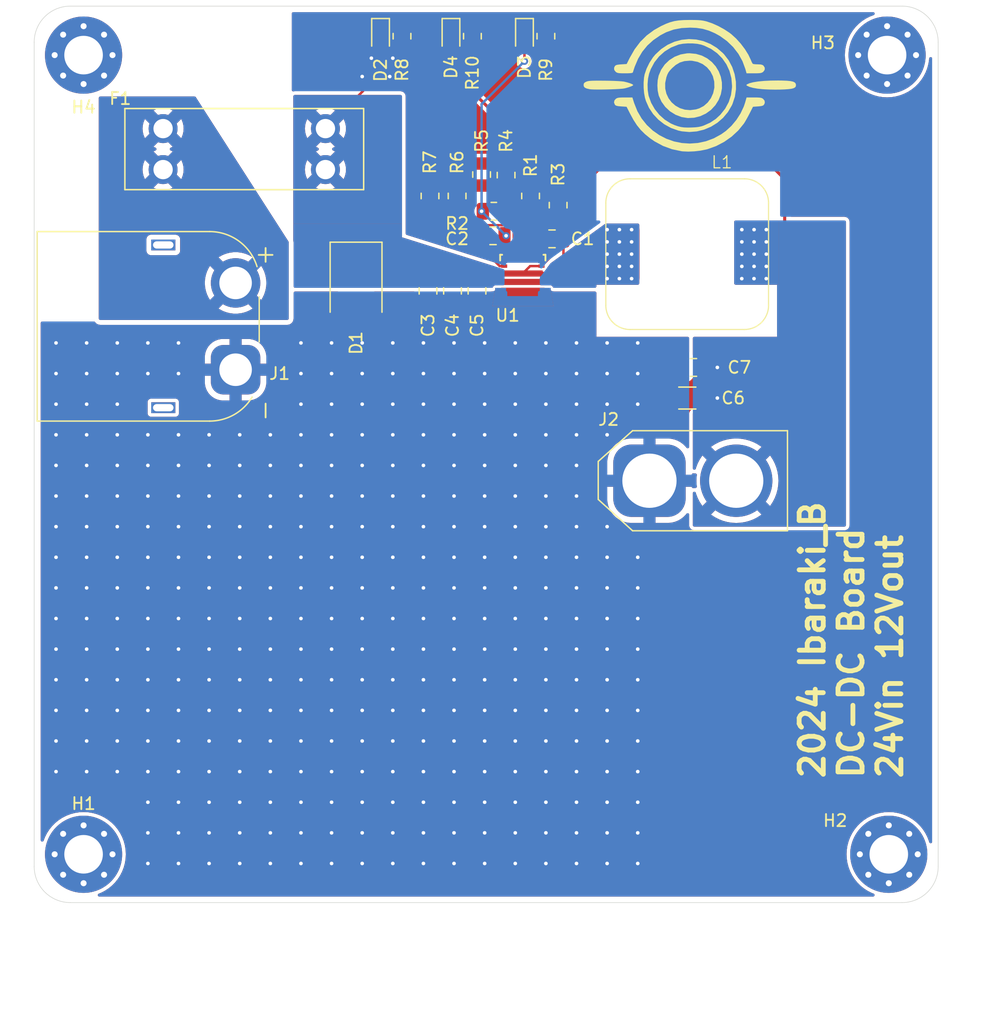
<source format=kicad_pcb>
(kicad_pcb (version 20240108) (generator "pcbnew") (generator_version "8.0")
  (layers (0 "F.Cu" signal) (31 "B.Cu" signal) (34 "B.Paste" user) (35 "F.Paste" user) (36 "B.SilkS" user "B.Silkscreen") (37 "F.SilkS" user "F.Silkscreen") (38 "B.Mask" user) (39 "F.Mask" user) (44 "Edge.Cuts" user))
  (net 0 "")
  (net 1 "GND")
  (net 2 "+12V")
  (net 3 "Net-(J1-Pin_2)")
  (net 4 "Net-(D2-K)")
  (net 5 "Net-(D3-K)")
  (net 6 "Net-(D4-K)")
  (net 7 "Net-(R5-Pad1)")
  (net 8 "FREQ")
  (net 9 "BOOT")
  (net 10 "SW")
  (net 11 "FB")
  (net 12 "+BATT")
  (net 13 "Net-(U1-VOUT)")
  (net 14 "VREG")
  (net 15 "PGD")
  (net 16 "Net-(R4-Pad1)")
  (footprint "Capacitor_SMD:C_0805_2012Metric" (layer "F.Cu") (at 161.339 102.362 180)
    (property "Reference" "C7")
    (property "Value" "22uF")
  )
  (footprint "Connector_AMASS:AMASS_XT60PW-M_1x02_P7.20mm_Horizontal" (layer "F.Cu") (at 123.355 102.552 90)
    (property "Reference" "J1")
    (property "Value" "Power_IN")
  )
  (footprint "MountingHole:MountingHole_3.2mm_M3_Pad_Via" (layer "F.Cu") (at 177.546 142.748)
    (property "Reference" "H2")
    (property "Value" "MountingHole_Pad")
  )
  (footprint "Capacitor_SMD:C_0805_2012Metric" (layer "F.Cu") (at 141.351 96.012 -90)
    (property "Reference" "C4")
    (property "Value" "10uF")
  )
  (footprint "Capacitor_SMD:C_0805_2012Metric" (layer "F.Cu") (at 143.383 96.012 -90)
    (property "Reference" "C5")
    (property "Value" "10uF")
  )
  (footprint "Capacitor_SMD:C_1206_3216Metric" (layer "F.Cu") (at 160.831 104.902 180)
    (property "Reference" "C6")
    (property "Value" "47uF")
  )
  (footprint "Resistor_SMD:R_0805_2012Metric" (layer "F.Cu") (at 141.732 88.138 90)
    (property "Reference" "R6")
    (property "Value" "470R")
  )
  (footprint "Resistor_SMD:R_0805_2012Metric" (layer "F.Cu") (at 147.828 88.138 -90)
    (property "Reference" "R1")
    (property "Value" "10R")
  )
  (footprint "Resistor_SMD:R_0805_2012Metric" (layer "F.Cu") (at 149.098 74.8845 -90)
    (property "Reference" "R9")
    (property "Value" "1k")
  )
  (footprint "LED_SMD:LED_0603_1608Metric" (layer "F.Cu") (at 135.382 74.9045 -90)
    (property "Reference" "D2")
    (property "Value" "LED")
  )
  (footprint "Capacitor_SMD:C_0805_2012Metric" (layer "F.Cu") (at 144.713999 91.44)
    (property "Reference" "C2")
    (property "Value" "2.2uF")
  )
  (footprint "LED_SMD:LED_0603_1608Metric" (layer "F.Cu") (at 147.32 74.9045 -90)
    (property "Reference" "D3")
    (property "Value" "LED")
  )
  (footprint "LED_SMD:LED_0603_1608Metric" (layer "F.Cu") (at 141.224 74.9045 -90)
    (property "Reference" "D4")
    (property "Value" "LED")
  )
  (footprint "Connector_AMASS:AMASS_XT60-F_1x02_P7.20mm_Vertical" (layer "F.Cu") (at 157.69 111.76)
    (property "Reference" "J2")
    (property "Value" "Power_OUT")
  )
  (footprint "Resistor_SMD:R_0805_2012Metric" (layer "F.Cu") (at 145.796 86.407 -90)
    (property "Reference" "R4")
    (property "Value" "47k")
  )
  (footprint "Resistor_SMD:R_0805_2012Metric" (layer "F.Cu") (at 143.002 74.8845 -90)
    (property "Reference" "R10")
    (property "Value" "10k")
  )
  (footprint "FUSE_3557:FUSE_3557-2" (layer "F.Cu") (at 124.075 84.25 180)
    (property "Reference" "F1")
    (property "Value" "10A")
  )
  (footprint "Resistor_SMD:R_0805_2012Metric" (layer "F.Cu") (at 143.764 86.36 90)
    (property "Reference" "R5")
    (property "Value" "1k")
  )
  (footprint "Library:SRP1245A" (layer "F.Cu") (at 155.321 92.964)
    (property "Reference" "L1")
    (property "Value" "3.3uH")
  )
  (footprint "VQFN11_ROM:BD9F800MUX" (layer "F.Cu") (at 147.193 94.567 -90)
    (property "Reference" "U1")
    (property "Value" "BD9F800MUX-ZE2")
  )
  (footprint "Resistor_SMD:R_0805_2012Metric" (layer "F.Cu") (at 139.485 88.138 90)
    (property "Reference" "R7")
    (property "Value" "3k3")
  )
  (footprint "Resistor_SMD:R_0805_2012Metric" (layer "F.Cu") (at 144.78 89.408 180)
    (property "Reference" "R2")
    (property "Value" "10k")
  )
  (footprint "MountingHole:MountingHole_3.2mm_M3_Pad_Via" (layer "F.Cu") (at 110.744 76.454)
    (property "Reference" "H4")
    (property "Value" "MountingHole_Pad")
  )
  (footprint "Capacitor_SMD:C_0805_2012Metric" (layer "F.Cu") (at 139.319 96.012 -90)
    (property "Reference" "C3")
    (property "Value" "0.1uF")
  )
  (footprint "Diode_SMD:D_SMB" (layer "F.Cu") (at 133.35 95.631 -90)
    (property "Reference" "D1")
    (property "Value" "D_Schottky")
  )
  (footprint "MountingHole:MountingHole_3.2mm_M3_Pad_Via" (layer "F.Cu") (at 110.744 142.748)
    (property "Reference" "H1")
    (property "Value" "MountingHole_Pad")
  )
  (footprint "MountingHole:MountingHole_3.2mm_M3_Pad_Via" (layer "F.Cu") (at 177.406 76.454)
    (property "Reference" "H3")
    (property "Value" "MountingHole_Pad")
  )
  (footprint "Library:HALO" (layer "F.Cu") (at 161.036 78.994)
    (property "Reference" "G***" (hide yes))
    (property "Value" "LOGO" (hide yes))
  )
  (footprint "Resistor_SMD:R_0805_2012Metric" (layer "F.Cu") (at 137.16 74.8845 -90)
    (property "Reference" "R8")
    (property "Value" "10k")
  )
  (footprint "Resistor_SMD:R_0805_2012Metric" (layer "F.Cu") (at 150.114 88.9 90)
    (property "Reference" "R3")
    (property "Value" "100k")
  )
  (footprint "Capacitor_SMD:C_0805_2012Metric" (layer "F.Cu") (at 149.606 91.694)
    (property "Reference" "C1")
    (property "Value" "0.1uF")
  )
  (gr_line (start 106.645 143.755) (end 106.645 75.39) (stroke (width 0.05)) (layer "Edge.Cuts"))
  (gr_line (start 178.645 146.755) (end 109.645 146.755) (stroke (width 0.05)) (layer "Edge.Cuts"))
  (gr_line (start 181.645 75.39) (end 181.645 143.755) (stroke (width 0.05)) (layer "Edge.Cuts"))
  (gr_arc (start 178.645 72.39) (mid 180.76632 73.26868) (end 181.645 75.39) (stroke (width 0.05)) (layer "Edge.Cuts"))
  (gr_arc (start 106.645 75.39) (mid 107.52368 73.26868) (end 109.645 72.39) (stroke (width 0.05)) (layer "Edge.Cuts"))
  (gr_arc (start 109.645 146.755) (mid 107.52368 145.87632) (end 106.645 143.755) (stroke (width 0.05)) (layer "Edge.Cuts"))
  (gr_arc (start 181.645 143.755) (mid 180.76632 145.87632) (end 178.645 146.755) (stroke (width 0.05)) (layer "Edge.Cuts"))
  (gr_line (start 109.645 72.39) (end 178.645 72.39) (stroke (width 0.05)) (layer "Edge.Cuts"))
  (gr_text "2024 Ibaraki_B\nDC-DC Board\n24Vin 12Vout" (at 178.816 136.652 90) (layer "F.SilkS") (effects (font (size 2 2) (thickness 0.4) (bold yes)) (justify left bottom)))
  (segment (start 143.764 91.44) (end 143.764 92.456) (width 0.2) (layer "F.Cu") (net 1))
  (segment (start 145.262999 93.954999) (end 145.632965 93.954999) (width 0.2) (layer "F.Cu") (net 1))
  (segment (start 143.764 92.456) (end 145.262999 93.954999) (width 0.2) (layer "F.Cu") (net 1))
  (segment (start 145.632965 93.954999) (end 145.511997 93.954999) (width 0.254) (layer "F.Cu") (net 1))
  (via (at 141.478 138.43) (size 0.6) (drill 0.3) (layers "F.Cu" "B.Cu") (net 1))
  (via (at 138.938 110.49) (size 0.6) (drill 0.3) (layers "F.Cu" "B.Cu") (net 1))
  (via (at 138.938 115.57) (size 0.6) (drill 0.3) (layers "F.Cu" "B.Cu") (net 1))
  (via (at 116.078 120.65) (size 0.6) (drill 0.3) (layers "F.Cu" "B.Cu") (net 1))
  (via (at 123.698 135.89) (size 0.6) (drill 0.3) (layers "F.Cu" "B.Cu") (net 1))
  (via (at 156.718 138.43) (size 0.6) (drill 0.3) (layers "F.Cu" "B.Cu") (net 1))
  (via (at 108.458 102.87) (size 0.6) (drill 0.3) (layers "F.Cu" "B.Cu") (net 1))
  (via (at 149.098 118.11) (size 0.6) (drill 0.3) (layers "F.Cu" "B.Cu") (net 1))
  (via (at 116.078 135.89) (size 0.6) (drill 0.3) (layers "F.Cu" "B.Cu") (net 1))
  (via (at 138.938 107.95) (size 0.6) (drill 0.3) (layers "F.Cu" "B.Cu") (net 1))
  (via (at 146.558 135.89) (size 0.6) (drill 0.3) (layers "F.Cu" "B.Cu") (net 1))
  (via (at 108.458 118.11) (size 0.6) (drill 0.3) (layers "F.Cu" "B.Cu") (net 1))
  (via (at 149.098 138.43) (size 0.6) (drill 0.3) (layers "F.Cu" "B.Cu") (net 1))
  (via (at 121.158 107.95) (size 0.6) (drill 0.3) (layers "F.Cu" "B.Cu") (net 1))
  (via (at 131.318 133.35) (size 0.6) (drill 0.3) (layers "F.Cu" "B.Cu") (net 1))
  (via (at 136.398 123.19) (size 0.6) (drill 0.3) (layers "F.Cu" "B.Cu") (net 1))
  (via (at 110.998 105.41) (size 0.6) (drill 0.3) (layers "F.Cu" "B.Cu") (net 1))
  (via (at 116.078 107.95) (size 0.6) (drill 0.3) (layers "F.Cu" "B.Cu") (net 1))
  (via (at 146.558 138.43) (size 0.6) (drill 0.3) (layers "F.Cu" "B.Cu") (net 1))
  (via (at 154.178 115.57) (size 0.6) (drill 0.3) (layers "F.Cu" "B.Cu") (net 1))
  (via (at 141.478 100.33) (size 0.6) (drill 0.3) (layers "F.Cu" "B.Cu") (net 1))
  (via (at 149.098 100.33) (size 0.6) (drill 0.3) (layers "F.Cu" "B.Cu") (net 1))
  (via (at 123.698 128.27) (size 0.6) (drill 0.3) (layers "F.Cu" "B.Cu") (net 1))
  (via (at 136.398 76.708) (size 0.6) (drill 0.3) (layers "F.Cu" "B.Cu") (net 1))
  (via (at 128.778 105.41) (size 0.6) (drill 0.3) (layers "F.Cu" "B.Cu") (net 1))
  (via (at 149.098 102.87) (size 0.6) (drill 0.3) (layers "F.Cu" "B.Cu") (net 1))
  (via (at 126.238 110.49) (size 0.6) (drill 0.3) (layers "F.Cu" "B.Cu") (net 1))
  (via (at 149.098 133.35) (size 0.6) (drill 0.3) (layers "F.Cu" "B.Cu") (net 1))
  (via (at 146.558 102.87) (size 0.6) (drill 0.3) (layers "F.Cu" "B.Cu") (net 1))
  (via (at 123.698 110.49) (size 0.6) (drill 0.3) (layers "F.Cu" "B.Cu") (net 1))
  (via (at 154.178 128.27) (size 0.6) (drill 0.3) (layers "F.Cu" "B.Cu") (net 1))
  (via (at 128.778 118.11) (size 0.6) (drill 0.3) (layers "F.Cu" "B.Cu") (net 1))
  (via (at 146.558 110.49) (size 0.6) (drill 0.3) (layers "F.Cu" "B.Cu") (net 1))
  (via (at 131.318 115.57) (size 0.6) (drill 0.3) (layers "F.Cu" "B.Cu") (net 1))
  (via (at 154.178 133.35) (size 0.6) (drill 0.3) (layers "F.Cu" "B.Cu") (net 1))
  (via (at 141.478 130.81) (size 0.6) (drill 0.3) (layers "F.Cu" "B.Cu") (net 1))
  (via (at 146.558 120.65) (size 0.6) (drill 0.3) (layers "F.Cu" "B.Cu") (net 1))
  (via (at 118.618 128.27) (size 0.6) (drill 0.3) (layers "F.Cu" "B.Cu") (net 1))
  (via (at 141.478 113.03) (size 0.6) (drill 0.3) (layers "F.Cu" "B.Cu") (net 1))
  (via (at 151.638 130.81) (size 0.6) (drill 0.3) (layers "F.Cu" "B.Cu") (net 1))
  (via (at 110.998 135.89) (size 0.6) (drill 0.3) (layers "F.Cu" "B.Cu") (net 1))
  (via (at 121.158 130.81) (size 0.6) (drill 0.3) (layers "F.Cu" "B.Cu") (net 1))
  (via (at 131.318 143.51) (size 0.6) (drill 0.3) (layers "F.Cu" "B.Cu") (net 1))
  (via (at 126.238 135.89) (size 0.6) (drill 0.3) (layers "F.Cu" "B.Cu") (net 1))
  (via (at 138.938 123.19) (size 0.6) (drill 0.3) (layers "F.Cu" "B.Cu") (net 1))
  (via (at 131.318 110.49) (size 0.6) (drill 0.3) (layers "F.Cu" "B.Cu") (net 1))
  (via (at 113.538 102.87) (size 0.6) (drill 0.3) (layers "F.Cu" "B.Cu") (net 1))
  (via (at 151.638 123.19) (size 0.6) (drill 0.3) (layers "F.Cu" "B.Cu") (net 1))
  (via (at 131.318 125.73) (size 0.6) (drill 0.3) (layers "F.Cu" "B.Cu") (net 1))
  (via (at 154.178 120.65) (size 0.6) (drill 0.3) (layers "F.Cu" "B.Cu") (net 1))
  (via (at 118.618 110.49) (size 0.6) (drill 0.3) (layers "F.Cu" "B.Cu") (net 1))
  (via (at 131.318 123.19) (size 0.6) (drill 0.3) (layers "F.Cu" "B.Cu") (net 1))
  (via (at 156.718 102.87) (size 0.6) (drill 0.3) (layers "F.Cu" "B.Cu") (net 1))
  (via (at 128.778 130.81) (size 0.6) (drill 0.3) (layers "F.Cu" "B.Cu") (net 1))
  (via (at 126.238 118.11) (size 0.6) (drill 0.3) (layers "F.Cu" "B.Cu") (net 1))
  (via (at 136.398 143.51) (size 0.6) (drill 0.3) (layers "F.Cu" "B.Cu") (net 1))
  (via (at 121.158 120.65) (size 0.6) (drill 0.3) (layers "F.Cu" "B.Cu") (net 1))
  (via (at 128.778 113.03) (size 0.6) (drill 0.3) (layers "F.Cu" "B.Cu") (net 1))
  (via (at 113.538 105.41) (size 0.6) (drill 0.3) (layers "F.Cu" "B.Cu") (net 1))
  (via (at 126.238 115.57) (size 0.6) (drill 0.3) (layers "F.Cu" "B.Cu") (net 1))
  (via (at 116.078 118.11) (size 0.6) (drill 0.3) (layers "F.Cu" "B.Cu") (net 1))
  (via (at 108.458 130.81) (size 0.6) (drill 0.3) (layers "F.Cu" "B.Cu") (net 1))
  (via (at 141.478 120.65) (size 0.6) (drill 0.3) (layers "F.Cu" "B.Cu") (net 1))
  (via (at 116.078 125.73) (size 0.6) (drill 0.3) (layers "F.Cu" "B.Cu") (net 1))
  (via (at 156.718 133.35) (size 0.6) (drill 0.3) (layers "F.Cu" "B.Cu") (net 1))
  (via (at 136.398 130.81) (size 0.6) (drill 0.3) (layers "F.Cu" "B.Cu") (net 1))
  (via (at 154.178 135.89) (size 0.6) (drill 0.3) (layers "F.Cu" "B.Cu") (net 1))
  (via (at 110.998 120.65) (size 0.6) (drill 0.3) (layers "F.Cu" "B.Cu") (net 1))
  (via (at 146.558 143.51) (size 0.6) (drill 0.3) (layers "F.Cu" "B.Cu") (net 1))
  (via (at 149.098 115.57) (size 0.6) (drill 0.3) (layers "F.Cu" "B.Cu") (net 1))
  (via (at 156.718 128.27) (size 0.6) (drill 0.3) (layers "F.Cu" "B.Cu") (net 1))
  (via (at 136.398 140.97) (size 0.6) (drill 0.3) (layers "F.Cu" "B.Cu") (net 1))
  (via (at 138.938 138.43) (size 0.6) (drill 0.3) (layers "F.Cu" "B.Cu") (net 1))
  (via (at 151.638 113.03) (size 0.6) (drill 0.3) (layers "F.Cu" "B.Cu") (net 1))
  (via (at 138.938 143.51) (size 0.6) (drill 0.3) (layers "F.Cu" "B.Cu") (net 1))
  (via (at 126.238 140.97) (size 0.6) (drill 0.3) (layers "F.Cu" "B.Cu") (net 1))
  (via (at 123.698 120.65) (size 0.6) (drill 0.3) (layers "F.Cu" "B.Cu") (net 1))
  (via (at 118.618 118.11) (size 0.6) (drill 0.3) (layers "F.Cu" "B.Cu") (net 1))
  (via (at 128.778 100.33) (size 0.6) (drill 0.3) (layers "F.Cu" "B.Cu") (net 1))
  (via (at 108.458 123.19) (size 0.6) (drill 0.3) (layers "F.Cu" "B.Cu") (net 1))
  (via (at 108.458 120.65) (size 0.6) (drill 0.3) (layers "F.Cu" "B.Cu") (net 1))
  (via (at 144.018 123.19) (size 0.6) (drill 0.3) (layers "F.Cu" "B.Cu") (net 1))
  (via (at 131.318 102.87) (size 0.6) (drill 0.3) (layers "F.Cu" "B.Cu") (net 1))
  (via (at 133.858 100.33) (size 0.6) (drill 0.3) (layers "F.Cu" "B.Cu") (net 1))
  (via (at 116.078 143.51) (size 0.6) (drill 0.3) (layers "F.Cu" "B.Cu") (net 1))
  (via (at 151.638 105.41) (size 0.6) (drill 0.3) (layers "F.Cu" "B.Cu") (net 1))
  (via (at 144.018 115.57) (size 0.6) (drill 0.3) (layers "F.Cu" "B.Cu") (net 1))
  (via (at 146.558 130.81) (size 0.6) (drill 0.3) (layers "F.Cu" "B.Cu") (net 1))
  (via (at 108.458 113.03) (size 0.6) (drill 0.3) (layers "F.Cu" "B.Cu") (net 1))
  (via (at 138.938 135.89) (size 0.6) (drill 0.3) (layers "F.Cu" "B.Cu") (net 1))
  (via (at 131.318 113.03) (size 0.6) (drill 0.3) (layers "F.Cu" "B.Cu") (net 1))
  (via (at 113.538 113.03) (size 0.6) (drill 0.3) (layers "F.Cu" "B.Cu") (net 1))
  (via (at 156.718 100.33) (size 0.6) (drill 0.3) (layers "F.Cu" "B.Cu") (net 1))
  (via (at 131.318 120.65) (size 0.6) (drill 0.3) (layers "F.Cu" "B.Cu") (net 1))
  (via (at 134.62 76.708) (size 0.6) (drill 0.3) (layers "F.Cu" "B.Cu") (net 1))
  (via (at 151.638 140.97) (size 0.6) (drill 0.3) (layers "F.Cu" "B.Cu") (net 1))
  (via (at 113.538 133.35) (size 0.6) (drill 0.3) (layers "F.Cu" "B.Cu") (net 1))
  (via (at 146.558 125.73) (size 0.6) (drill 0.3) (layers "F.Cu" "B.Cu") (net 1))
  (via (at 108.458 107.95) (size 0.6) (drill 0.3) (layers "F.Cu" "B.Cu") (net 1))
  (via (at 136.398 135.89) (size 0.6) (drill 0.3) (layers "F.Cu" "B.Cu") (net 1))
  (via (at 149.098 130.81) (size 0.6) (drill 0.3) (layers "F.Cu" "B.Cu") (net 1))
  (via (at 133.858 135.89) (size 0.6) (drill 0.3) (layers "F.Cu" "B.Cu") (net 1))
  (via (at 110.998 133.35) (size 0.6) (drill 0.3) (layers "F.Cu" "B.Cu") (net 1))
  (via (at 110.998 107.95) (size 0.6) (drill 0.3) (layers "F.Cu" "B.Cu") (net 1))
  (via (at 118.618 102.87) (size 0.6) (drill 0.3) (layers "F.Cu" "B.Cu") (net 1))
  (via (at 118.618 120.65) (size 0.6) (drill 0.3) (layers "F.Cu" "B.Cu") (net 1))
  (via (at 136.398 133.35) (size 0.6) (drill 0.3) (layers "F.Cu" "B.Cu") (net 1))
  (via (at 126.238 130.81) (size 0.6) (drill 0.3) (layers "F.Cu" "B.Cu") (net 1))
  (via (at 154.178 143.51) (size 0.6) (drill 0.3) (layers "F.Cu" "B.Cu") (net 1))
  (via (at 126.238 120.65) (size 0.6) (drill 0.3) (layers "F.Cu" "B.Cu") (net 1))
  (via (at 118.618 138.43) (size 0.6) (drill 0.3) (layers "F.Cu" "B.Cu") (net 1))
  (via (at 154.178 125.73) (size 0.6) (drill 0.3) (layers "F.Cu" "B.Cu") (net 1))
  (via (at 154.178 140.97) (size 0.6) (drill 0.3) (layers "F.Cu" "B.Cu") (net 1))
  (via (at 108.458 133.35) (size 0.6) (drill 0.3) (layers "F.Cu" "B.Cu") (net 1))
  (via (at 133.858 113.03) (size 0.6) (drill 0.3) (layers "F.Cu" "B.Cu") (net 1))
  (via (at 146.558 133.35) (size 0.6) (drill 0.3) (layers "F.Cu" "B.Cu") (net 1))
  (via (at 113.538 128.27) (size 0.6) (drill 0.3) (layers "F.Cu" "B.Cu") (net 1))
  (via (at 128.778 133.35) (size 0.6) (drill 0.3) (layers "F.Cu" "B.Cu") (net 1))
  (via (at 141.478 140.97) (size 0.6) (drill 0.3) (layers "F.Cu" "B.Cu") (net 1))
  (via (at 149.098 140.97) (size 0.6) (drill 0.3) (layers "F.Cu" "B.Cu") (net 1))
  (via (at 136.398 110.49) (size 0.6) (drill 0.3) (layers "F.Cu" "B.Cu") (net 1))
  (via (at 138.938 120.65) (size 0.6) (drill 0.3) (layers "F.Cu" "B.Cu") (net 1))
  (via (at 118.618 107.95) (size 0.6) (drill 0.3) (layers "F.Cu" "B.Cu") (net 1))
  (via (at 128.778 125.73) (size 0.6) (drill 0.3) (layers "F.Cu" "B.Cu") (net 1))
  (via (at 123.698 115.57) (size 0.6) (drill 0.3) (layers "F.Cu" "B.Cu") (net 1))
  (via (at 133.858 110.49) (size 0.6) (drill 0.3) (layers "F.Cu" "B.Cu") (net 1))
  (via (at 116.078 138.43) (size 0.6) (drill 0.3) (layers "F.Cu" "B.Cu") (net 1))
  (via (at 151.638 125.73) (size 0.6) (drill 0.3) (layers "F.Cu" "B.Cu") (net 1))
  (via (at 116.078 115.57) (size 0.6) (drill 0.3) (layers "F.Cu" "B.Cu") (net 1))
  (via (at 138.938 105.41) (size 0.6) (drill 0.3) (layers "F.Cu" "B.Cu") (net 1))
  (via (at 113.538 123.19) (size 0.6) (drill 0.3) (layers "F.Cu" "B.Cu") (net 1))
  (via (at 141.478 123.19) (size 0.6) (drill 0.3) (layers "F.Cu" "B.Cu") (net 1))
  (via (at 144.018 113.03) (size 0.6) (drill 0.3) (layers "F.Cu" "B.Cu") (net 1))
  (via (at 144.018 110.49) (size 0.6) (drill 0.3) (layers "F.Cu" "B.Cu") (net 1))
  (via (at 151.638 120.65) (size 0.6) (drill 0.3) (layers "F.Cu" "B.Cu") (net 1))
  (via (at 131.318 105.41) (size 0.6) (drill 0.3) (layers "F.Cu" "B.Cu") (net 1))
  (via (at 116.078 140.97) (size 0.6) (drill 0.3) (layers "F.Cu" "B.Cu") (net 1))
  (via (at 128.778 123.19) (size 0.6) (drill 0.3) (layers "F.Cu" "B.Cu") (net 1))
  (via (at 121.158 110.49) (size 0.6) (drill 0.3) (layers "F.Cu" "B.Cu") (net 1))
  (via (at 116.078 133.35) (size 0.6) (drill 0.3) (layers "F.Cu" "B.Cu") (net 1))
  (via (at 144.018 107.95) (size 0.6) (drill 0.3) (layers "F.Cu" "B.Cu") (net 1))
  (via (at 156.718 118.11) (size 0.6) (drill 0.3) (layers "F.Cu" "B.Cu") (net 1))
  (via (at 126.238 123.19) (size 0.6) (drill 0.3) (layers "F.Cu" "B.Cu") (net 1))
  (via (at 133.858 140.97) (size 0.6) (drill 0.3) (layers "F.Cu" "B.Cu") (net 1))
  (via (at 138.938 118.11) (size 0.6) (drill 0.3) (layers "F.Cu" "B.Cu") (net 1))
  (via (at 154.178 102.87) (size 0.6) (drill 0.3) (layers "F.Cu" "B.Cu") (net 1))
  (via (at 121.158 140.97) (size 0.6) (drill 0.3) (layers "F.Cu" "B.Cu") (net 1))
  (via (at 144.018 140.97) (size 0.6) (drill 0.3) (layers "F.Cu" "B.Cu") (net 1))
  (via (at 113.538 115.57) (size 0.6) (drill 0.3) (layers "F.Cu" "B.Cu") (net 1))
  (via (at 131.318 140.97) (size 0.6) (drill 0.3) (layers "F.Cu" "B.Cu") (net 1))
  (via (at 149.098 113.03) (size 0.6) (drill 0.3) (layers "F.Cu" "B.Cu") (net 1))
  (via (at 113.538 100.33) (size 0.6) (drill 0.3) (layers "F.Cu" "B.Cu") (net 1))
  (via (at 123.698 143.51) (size 0.6) (drill 0.3) (layers "F.Cu" "B.Cu") (net 1))
  (via (at 123.698 107.95) (size 0.6) (drill 0.3) (layers "F.Cu" "B.Cu") (net 1))
  (via (at 133.858 102.87) (size 0.6) (drill 0.3) (layers "F.Cu" "B.Cu") (net 1))
  (via (at 151.638 107.95) (size 0.6) (drill 0.3) (layers "F.Cu" "B.Cu") (net 1))
  (via (at 146.558 140.97) (size 0.6) (drill 0.3) (layers "F.Cu" "B.Cu") (net 1))
  (via (at 141.478 110.49) (size 0.6) (drill 0.3) (layers "F.Cu" "B.Cu") (net 1))
  (via (at 128.778 120.65) (size 0.6) (drill 0.3) (layers "F.Cu" "B.Cu") (net 1))
  (via (at 154.178 118.11) (size 0.6) (drill 0.3) (layers "F.Cu" "B.Cu") (net 1))
  (via (at 128.778 135.89) (size 0.6) (drill 0.3) (layers "F.Cu" "B.Cu") (net 1))
  (via (at 108.458 100.33) (size 0.6) (drill 0.3) (layers "F.Cu" "B.Cu") (net 1))
  (via (at 154.178 123.19) (size 0.6) (drill 0.3) (layers "F.Cu" "B.Cu") (net 1))
  (via (at 116.078 110.49) (size 0.6) (drill 0.3) (layers "F.Cu" "B.Cu") (net 1))
  (via (at 128.778 107.95) (size 0.6) (drill 0.3) (layers "F.Cu" "B.Cu") (net 1))
  (via (at 141.478 143.51) (size 0.6) (drill 0.3) (layers "F.Cu" "B.Cu") (net 1))
  (via (at 133.858 120.65) (size 0.6) (drill 0.3) (layers "F.Cu" "B.Cu") (net 1))
  (via (at 121.158 135.89) (size 0.6) (drill 0.3) (layers "F.Cu" "B.Cu") (net 1))
  (via (at 116.078 100.33) (size 0.6) (drill 0.3) (layers "F.Cu" "B.Cu") (net 1))
  (via (at 121.158 115.57) (size 0.6) (drill 0.3) (layers "F.Cu" "B.Cu") (net 1))
  (via (at 138.938 130.81) (size 0.6) (drill 0.3) (layers "F.Cu" "B.Cu") (net 1))
  (via (at 123.698 125.73) (size 0.6) (drill 0.3) (layers "F.Cu" "B.Cu") (net 1))
  (via (at 116.078 113.03) (size 0.6) (drill 0.3) (layers "F.Cu" "B.Cu") (net 1))
  (via (at 138.938 102.87) (size 0.6) (drill 0.3) (layers "F.Cu" "B.Cu") (net 1))
  (via (at 156.718 120.65) (size 0.6) (drill 0.3) (layers "F.Cu" "B.Cu") (net 1))
  (via (at 144.018 100.33) (size 0.6) (drill 0.3) (layers "F.Cu" "B.Cu") (net 1))
  (via (at 110.998 125.73) (size 0.6) (drill 0.3) (layers "F.Cu" "B.Cu") (net 1))
  (via (at 149.098 110.49) (size 0.6) (drill 0.3) (layers "F.Cu" "B.Cu") (net 1))
  (via (at 110.998 115.57) (size 0.6) (drill 0.3) (layers "F.Cu" "B.Cu") (net 1))
  (via (at 151.638 128.27) (size 0.6) (drill 0.3) (layers "F.Cu" "B.Cu") (net 1))
  (via (at 146.558 128.27) (size 0.6) (drill 0.3) (layers "F.Cu" "B.Cu") (net 1))
  (via (at 133.858 118.11) (size 0.6) (drill 0.3) (layers "F.Cu" "B.Cu") (net 1))
  (via (at 121.158 133.35) (size 0.6) (drill 0.3) (layers "F.Cu" "B.Cu") (net 1))
  (via (at 121.158 143.51) (size 0.6) (drill 0.3) (layers "F.Cu" "B.Cu") (net 1))
  (via (at 149.098 128.27) (size 0.6) (drill 0.3) (layers "F.Cu" "B.Cu") (net 1))
  (via (at 151.638 110.49) (size 0.6) (drill 0.3) (layers "F.Cu" "B.Cu") (net 1))
  (via (at 151.638 138.43) (size 0.6) (drill 0.3) (layers "F.Cu" "B.Cu") (net 1))
  (via (at 113.538 125.73) (size 0.6) (drill 0.3) (layers "F.Cu" "B.Cu") (net 1))
  (via (at 126.238 107.95) (size 0.6) (drill 0.3) (layers "F.Cu" "B.Cu") (net 1))
  (via (at 113.538 135.89) (size 0.6) (drill 0.3) (layers "F.Cu" "B.Cu") (net 1))
  (via (at 133.858 115.57) (size 0.6) (drill 0.3) (layers "F.Cu" "B.Cu") (net 1))
  (via (at 146.558 100.33) (size 0.6) (drill 0.3) (layers "F.Cu" "B.Cu") (net 1))
  (via (at 141.478 135.89) (size 0.6) (drill 0.3) (layers "F.Cu" "B.Cu") (net 1))
  (via (at 154.178 138.43) (size 0.6) (drill 0.3) (layers "F.Cu" "B.Cu") (net 1))
  (via (at 123.698 130.81) (size 0.6) (drill 0.3) (layers "F.Cu" "B.Cu") (net 1))
  (via (at 126.238 128.27) (size 0.6) (drill 0.3) (layers "F.Cu" "B.Cu") (net 1))
  (via (at 133.858 123.19) (size 0.6) (drill 0.3) (layers "F.Cu" "B.Cu") (net 1))
  (via (at 113.538 118.11) (size 0.6) (drill 0.3) (layers "F.Cu" "B.Cu") (net 1))
  (via (at 113.538 110.49) (size 0.6) (drill 0.3) (layers "F.Cu" "B.Cu") (net 1))
  (via (at 136.398 102.87) (size 0.6) (drill 0.3) (layers "F.Cu" "B.Cu") (net 1))
  (via (at 110.998 123.19) (size 0.6) (drill 0.3) (layers "F.Cu" "B.Cu") (net 1))
  (via (at 141.478 128.27) (size 0.6) (drill 0.3) (layers "F.Cu" "B.Cu") (net 1))
  (via (at 123.698 138.43) (size 0.6) (drill 0.3) (layers "F.Cu" "B.Cu") (net 1))
  (via (at 144.018 102.87) (size 0.6) (drill 0.3) (layers "F.Cu" "B.Cu") (net 1))
  (via (at 123.698 133.35) (size 0.6) (drill 0.3) (layers "F.Cu" "B.Cu") (net 1))
  (via (at 133.858 78.232) (size 0.6) (drill 0.3) (layers "F.Cu" "B.Cu") (net 1))
  (via (at 133.858 130.81) (size 0.6) (drill 0.3) (layers "F.Cu" "B.Cu") (net 1))
  (via (at 138.938 140.97) (size 0.6) (drill 0.3) (layers "F.Cu" "B.Cu") (net 1))
  (via (at 136.398 107.95) (size 0.6) (drill 0.3) (layers "F.Cu" "B.Cu") (net 1))
  (via (at 149.098 125.73) (size 0.6) (drill 0.3) (layers "F.Cu" "B.Cu") (net 1))
  (via (at 151.638 143.51) (size 0.6) (drill 0.3) (layers "F.Cu" "B.Cu") (net 1))
  (via (at 156.718 123.19) (size 0.6) (drill 0.3) (layers "F.Cu" "B.Cu") (net 1))
  (via (at 151.638 102.87) (size 0.6) (drill 0.3) (layers "F.Cu" "B.Cu") (net 1))
  (via (at 144.018 130.81) (size 0.6) (drill 0.3) (layers "F.Cu" "B.Cu") (net 1))
  (via (at 136.398 113.03) (size 0.6) (drill 0.3) (layers "F.Cu" "B.Cu") (net 1))
  (via (at 136.398 128.27) (size 0.6) (drill 0.3) (layers "F.Cu" "B.Cu") (net 1))
  (via (at 144.018 105.41) (size 0.6) (drill 0.3) (layers "F.Cu" "B.Cu") (net 1))
  (via (at 136.398 105.41) (size 0.6) (drill 0.3) (layers "F.Cu" "B.Cu") (net 1))
  (via (at 118.618 113.03) (size 0.6) (drill 0.3) (layers "F.Cu" "B.Cu") (net 1))
  (via (at 121.158 113.03) (size 0.6) (drill 0.3) (layers "F.Cu" "B.Cu") (net 1))
  (via (at 118.618 130.81) (size 0.6) (drill 0.3) (layers "F.Cu" "B.Cu") (net 1))
  (via (at 126.238 113.03) (size 0.6) (drill 0.3) (layers "F.Cu" "B.Cu") (net 1))
  (via (at 144.018 118.11) (size 0.6) (drill 0.3) (layers "F.Cu" "B.Cu") (net 1))
  (via (at 151.638 133.35) (size 0.6) (drill 0.3) (layers "F.Cu" "B.Cu") (net 1))
  (via (at 108.458 115.57) (size 0.6) (drill 0.3) (layers "F.Cu" "B.Cu") (net 1))
  (via (at 121.158 128.27) (size 0.6) (drill 0.3) (layers "F.Cu" "B.Cu") (net 1))
  (via (at 151.638 115.57) (size 0.6) (drill 0.3) (layers "F.Cu" "B.Cu") (net 1))
  (via (at 149.098 123.19) (size 0.6) (drill 0.3) (layers "F.Cu" "B.Cu") (net 1))
  (via (at 110.998 128.27) (size 0.6) (drill 0.3) (layers "F.Cu" "B.Cu") (net 1))
  (via (at 138.938 125.73) (size 0.6) (drill 0.3) (layers "F.Cu" "B.Cu") (net 1))
  (via (at 126.238 143.51) (size 0.6) (drill 0.3) (layers "F.Cu" "B.Cu") (net 1))
  (via (at 113.538 107.95) (size 0.6) (drill 0.3) (layers "F.Cu" "B.Cu") (net 1))
  (via (at 131.318 128.27) (size 0.6) (drill 0.3) (layers "F.Cu" "B.Cu") (net 1))
  (via (at 118.618 115.57) (size 0.6) (drill 0.3) (layers "F.Cu" "B.Cu") (net 1))
  (via (at 131.318 107.95) (size 0.6) (drill 0.3) (layers "F.Cu" "B.Cu") (net 1))
  (via (at 128.778 138.43) (size 0.6) (drill 0.3) (layers "F.Cu" "B.Cu") (net 1))
  (via (at 146.558 118.11) (size 0.6) (drill 0.3) (layers "F.Cu" "B.Cu") (net 1))
  (via (at 133.858 128.27) (size 0.6) (drill 0.3) (layers "F.Cu" "B.Cu") (net 1))
  (via (at 118.618 140.97) (size 0.6) (drill 0.3) (layers "F.Cu" "B.Cu") (net 1))
  (via (at 141.478 102.87) (size 0.6) (drill 0.3) (layers "F.Cu" "B.Cu") (net 1))
  (via (at 118.618 133.35) (size 0.6) (drill 0.3) (layers "F.Cu" "B.Cu") (net 1))
  (via (at 151.638 100.33) (size 0.6) (drill 0.3) (layers "F.Cu" "B.Cu") (net 1))
  (via (at 138.938 113.03) (size 0.6) (drill 0.3) (layers "F.Cu" "B.Cu") (net 1))
  (via (at 131.318 135.89) (size 0.6) (drill 0.3) (layers "F.Cu" "B.Cu") (net 1))
  (via (at 144.018 133.35) (size 0.6) (drill 0.3) (layers "F.Cu" "B.Cu") (net 1))
  (via (at 128.778 143.51) (size 0.6) (drill 0.3) (layers "F.Cu" "B.Cu") (net 1))
  (via (at 149.098 120.65) (size 0.6) (drill 0.3) (layers "F.Cu" "B.Cu") (net 1))
  (via (at 128.778 115.57) (size 0.6) (drill 0.3) (layers "F.Cu" "B.Cu") (net 1))
  (via (at 108.458 128.27) (size 0.6) (drill 0.3) (layers "F.Cu" "B.Cu") (net 1))
  (via (at 144.018 135.89) (size 0.6) (drill 0.3) (layers "F.Cu" "B.Cu") (net 1))
  (via (at 136.398 120.65) (size 0.6) (drill 0.3) (layers "F.Cu" "B.Cu") (net 1))
  (via (at 133.858 105.41) (size 0.6) (drill 0.3) (layers "F.Cu" "B.Cu") (net 1))
  (via (at 108.458 135.89) (size 0.6) (drill 0.3) (layers "F.Cu" "B.Cu") (net 1))
  (via (at 110.998 100.33) (size 0.6) (drill 0.3) (layers "F.Cu" "B.Cu") (net 1))
  (via (at 146.558 115.57) (size 0.6) (drill 0.3) (layers "F.Cu" "B.Cu") (net 1))
  (via (at 149.098 105.41) (size 0.6) (drill 0.3) (layers "F.Cu" "B.Cu") (net 1))
  (via (at 156.718 143.51) (size 0.6) (drill 0.3) (layers "F.Cu" "B.Cu") (net 1))
  (via (at 136.144 78.232) (size 0.6) (drill 0.3) (layers "F.Cu" "B.Cu") (net 1))
  (via (at 116.078 102.87) (size 0.6) (drill 0.3) (layers "F.Cu" "B.Cu") (net 1))
  (via (at 156.718 130.81) (size 0.6) (drill 0.3) (layers "F.Cu" "B.Cu") (net 1))
  (via (at 149.098 143.51) (size 0.6) (drill 0.3) (layers "F.Cu" "B.Cu") (net 1))
  (via (at 110.998 130.81) (size 0.6) (drill 0.3) (layers "F.Cu" "B.Cu") (net 1))
  (via (at 141.478 107.95) (size 0.6) (drill 0.3) (layers "F.Cu" "B.Cu") (net 1))
  (via (at 121.158 118.11) (size 0.6) (drill 0.3) (layers "F.Cu" "B.Cu") (net 1))
  (via (at 138.938 133.35) (size 0.6) (drill 0.3) (layers "F.Cu" "B.Cu") (net 1))
  (via (at 128.778 128.27) (size 0.6) (drill 0.3) (layers "F.Cu" "B.Cu") (net 1))
  (via (at 136.398 100.33) (size 0.6) (drill 0.3) (layers "F.Cu" "B.Cu") (net 1))
  (via (at 146.558 105.41) (size 0.6) (drill 0.3) (layers "F.Cu" "B.Cu") (net 1))
  (via (at 123.698 140.97) (size 0.6) (drill 0.3) (layers "F.Cu" "B.Cu") (net 1))
  (via (at 126.238 138.43) (size 0.6) (drill 0.3) (layers "F.Cu" "B.Cu") (net 1))
  (via (at 118.618 125.73) (size 0.6) (drill 0.3) (layers "F.Cu" "B.Cu") (net 1))
  (via (at 149.098 107.95) (size 0.6) (drill 0.3) (layers "F.Cu" "B.Cu") (net 1))
  (via (at 113.538 120.65) (size 0.6) (drill 0.3) (layers "F.Cu" "B.Cu") (net 1))
  (via (at 136.398 115.57) (size 0.6) (drill 0.3) (layers "F.Cu" "B.Cu") (net 1))
  (via (at 141.478 133.35) (size 0.6) (drill 0.3) (layers "F.Cu" "B.Cu") (net 1))
  (via (at 116.078 130.81) (size 0.6) (drill 0.3) (layers "F.Cu" "B.Cu") (net 1))
  (via (at 108.458 105.41) (size 0.6) (drill 0.3) (layers "F.Cu" "B.Cu") (net 1))
  (via (at 123.698 113.03) (size 0.6) (drill 0.3) (layers "F.Cu" "B.Cu") (net 1))
  (via (at 113.538 130.81) (size 0.6) (drill 0.3) (layers "F.Cu" "B.Cu") (net 1))
  (via (at 110.998 110.49) (size 0.6) (drill 0.3) (layers "F.Cu" "B.Cu") (net 1))
  (via (at 121.158 123.19) (size 0.6) (drill 0.3) (layers "F.Cu" "B.Cu") (net 1))
  (via (at 126.238 133.35) (size 0.6) (drill 0.3) (layers "F.Cu" "B.Cu") (net 1))
  (via (at 156.718 105.41) (size 0.6) (drill 0.3) (layers "F.Cu" "B.Cu") (net 1))
  (via (at 141.478 125.73) (size 0.6) (drill 0.3) (layers "F.Cu" "B.Cu") (net 1))
  (via (at 146.558 113.03) (size 0.6) (drill 0.3) (layers "F.Cu" "B.Cu") (net 1))
  (via (at 144.018 125.73) (size 0.6) (drill 0.3) (layers "F.Cu" "B.Cu") (net 1))
  (via (at 131.318 100.33) (size 0.6) (drill 0.3) (layers "F.Cu" "B.Cu") (net 1))
  (via (at 110.998 102.87) (size 0.6) (drill 0.3) (layers "F.Cu" "B.Cu") (net 1))
  (via (at 146.558 123.19) (size 0.6) (drill 0.3) (layers "F.Cu" "B.Cu") (net 1))
  (via (at 144.018 128.27) (size 0.6) (drill 0.3) (layers "F.Cu" "B.Cu") (net 1))
  (via (at 151.638 118.11) (size 0.6) (drill 0.3) (layers "F.Cu" "B.Cu") (net 1))
  (via (at 138.938 128.27) (size 0.6) (drill 0.3) (layers "F.Cu" "B.Cu") (net 1))
  (via (at 136.398 118.11) (size 0.6) (drill 0.3) (layers "F.Cu" "B.Cu") (net 1))
  (via (at 156.718 140.97) (size 0.6) (drill 0.3) (layers "F.Cu" "B.Cu") (net 1))
  (via (at 156.718 135.89) (size 0.6) (drill 0.3) (layers "F.Cu" "B.Cu") (net 1))
  (via (at 133.858 125.73) (size 0.6) (drill 0.3) (layers "F.Cu" "B.Cu") (net 1))
  (via (at 123.698 123.19) (size 0.6) (drill 0.3) (layers "F.Cu" "B.Cu") (net 1))
  (via (at 118.618 135.89) (size 0.6) (drill 0.3) (layers "F.Cu" "B.Cu") (net 1))
  (via (at 128.778 140.97) (size 0.6) (drill 0.3) (layers "F.Cu" "B.Cu") (net 1))
  (via (at 156.718 125.73) (size 0.6) (drill 0.3) (layers "F.Cu" "B.Cu") (net 1))
  (via (at 108.458 110.49) (size 0.6) (drill 0.3) (layers "F.Cu" "B.Cu") (net 1))
  (via (at 131.318 138.43) (size 0.6) (drill 0.3) (layers "F.Cu" "B.Cu") (net 1))
  (via (at 141.478 115.57) (size 0.6) (drill 0.3) (layers "F.Cu" "B.Cu") (net 1))
  (via (at 121.158 125.73) (size 0.6) (drill 0.3) (layers "F.Cu" "B.Cu") (net 1))
  (via (at 154.178 105.41) (size 0.6) (drill 0.3) (layers "F.Cu" "B.Cu") (net 1))
  (via (at 108.458 125.73) (size 0.6) (drill 0.3) (layers "F.Cu" "B.Cu") (net 1))
  (via (at 118.618 100.33) (size 0.6) (drill 0.3) (layers "F.Cu" "B.Cu") (net 1))
  (via (at 123.698 118.11) (size 0.6) (drill 0.3) (layers "F.Cu" "B.Cu") (net 1))
  (via (at 118.618 123.19) (size 0.6) (drill 0.3) (layers "F.Cu" "B.Cu") (net 1))
  (via (at 128.778 102.87) (size 0.6) (drill 0.3) (layers "F.Cu" "B.Cu") (net 1))
  (via (at 126.238 125.73) (size 0.6) (drill 0.3) (layers "F.Cu" "B.Cu") (net 1))
  (via (at 131.318 130.81) (size 0.6) (drill 0.3) (layers "F.Cu" "B.Cu") (net 1))
  (via (at 133.858 138.43) (size 0.6) (drill 0.3) (layers "F.Cu" "B.Cu") (net 1))
  (via (at 131.318 118.11) (size 0.6) (drill 0.3) (layers "F.Cu" "B.Cu") (net 1))
  (via (at 151.638 135.89) (size 0.6) (drill 0.3) (layers "F.Cu" "B.Cu") (net 1))
  (via (at 133.858 107.95) (size 0.6) (drill 0.3) (layers "F.Cu" "B.Cu") (net 1))
  (via (at 136.398 138.43) (size 0.6) (drill 0.3) (layers "F.Cu" "B.Cu") (net 1))
  (via (at 149.098 135.89) (size 0.6) (drill 0.3) (layers "F.Cu" "B.Cu") (net 1))
  (via (at 154.178 100.33) (size 0.6) (drill 0.3) (layers "F.Cu" "B.Cu") (net 1))
  (via (at 138.938 100.33) (size 0.6) (drill 0.3) (layers "F.Cu" "B.Cu") (net 1))
  (via (at 141.478 105.41) (size 0.6) (drill 0.3) (layers "F.Cu" "B.Cu") (net 1))
  (via (at 118.618 143.51) (size 0.6) (drill 0.3) (layers "F.Cu" "B.Cu") (net 1))
  (via (at 136.398 125.73) (size 0.6) (drill 0.3) (layers "F.Cu" "B.Cu") (net 1))
  (via (at 110.998 118.11) (size 0.6) (drill 0.3) (layers "F.Cu" "B.Cu") (net 1))
  (via (at 121.158 138.43) (size 0.6) (drill 0.3) (layers "F.Cu" "B.Cu") (net 1))
  (via (at 116.078 128.27) (size 0.6) (drill 0.3) (layers "F.Cu" "B.Cu") (net 1))
  (via (at 141.478 118.11) (size 0.6) (drill 0.3) (layers "F.Cu" "B.Cu") (net 1))
  (via (at 146.558 107.95) (size 0.6) (drill 0.3) (layers "F.Cu" "B.Cu") (net 1))
  (via (at 110.998 113.03) (size 0.6) (drill 0.3) (layers "F.Cu" "B.Cu") (net 1))
  (via (at 144.018 143.51) (size 0.6) (drill 0.3) (layers "F.Cu" "B.Cu") (net 1))
  (via (at 144.018 138.43) (size 0.6) (drill 0.3) (layers "F.Cu" "B.Cu") (net 1))
  (via (at 154.178 107.95) (size 0.6) (drill 0.3) (layers "F.Cu" "B.Cu") (net 1))
  (via (at 144.018 120.65) (size 0.6) (drill 0.3) (layers "F.Cu" "B.Cu") (net 1))
  (via (at 116.078 123.19) (size 0.6) (drill 0.3) (layers "F.Cu" "B.Cu") (net 1))
  (via (at 128.778 110.49) (size 0.6) (drill 0.3) (layers "F.Cu" "B.Cu") (net 1))
  (via (at 133.858 133.35) (size 0.6) (drill 0.3) (layers "F.Cu" "B.Cu") (net 1))
  (via (at 133.858 143.51) (size 0.6) (drill 0.3) (layers "F.Cu" "B.Cu") (net 1))
  (via (at 154.178 130.81) (size 0.6) (drill 0.3) (layers "F.Cu" "B.Cu") (net 1))
  (segment (start 163.322 102.362) (end 162.289 102.362) (width 0.2) (layer "F.Cu") (net 2))
  (segment (start 168.91 86.741) (end 168.91 90.805) (width 0.254) (layer "F.Cu") (net 2))
  (segment (start 153.5665 85.852) (end 168.021 85.852) (width 0.254) (layer "F.Cu") (net 2))
  (segment (start 149.368709 85.852) (end 141.224 77.707291) (width 0.254) (layer "F.Cu") (net 2))
  (segment (start 148.336 86.7175) (end 152.701 86.7175) (width 0.254) (layer "F.Cu") (net 2))
  (segment (start 145.796 87.3195) (end 147.734 87.3195) (width 0.2) (layer "F.Cu") (net 2))
  (segment (start 162.306 104.902) (end 163.322 104.902) (width 0.2) (layer "F.Cu") (net 2))
  (segment (start 147.734 87.3195) (end 147.828 87.2255) (width 0.2) (layer "F.Cu") (net 2))
  (segment (start 168.021 85.852) (end 168.91 86.741) (width 0.254) (layer "F.Cu") (net 2))
  (segment (start 152.701 86.7175) (end 153.5665 85.852) (width 0.254) (layer "F.Cu") (net 2))
  (segment (start 147.828 87.2255) (end 148.336 86.7175) (width 0.254) (layer "F.Cu") (net 2))
  (segment (start 153.5665 85.852) (end 149.368709 85.852) (width 0.254) (layer "F.Cu") (net 2))
  (segment (start 141.224 77.707291) (end 141.224 75.692) (width 0.254) (layer "F.Cu") (net 2))
  (via (at 165.354 90.932) (size 0.6) (drill 0.3) (layers "F.Cu" "B.Cu") (net 2))
  (via (at 163.322 104.902) (size 0.6) (drill 0.3) (layers "F.Cu" "B.Cu") (net 2))
  (via (at 167.386 91.948) (size 0.6) (drill 0.3) (layers "F.Cu" "B.Cu") (net 2))
  (via (at 166.37 91.948) (size 0.6) (drill 0.3) (layers "F.Cu" "B.Cu") (net 2))
  (via (at 166.365301 94.996) (size 0.6) (drill 0.3) (layers "F.Cu" "B.Cu") (net 2))
  (via (at 165.354 91.948) (size 0.6) (drill 0.3) (layers "F.Cu" "B.Cu") (net 2))
  (via (at 167.381301 94.996) (size 0.6) (drill 0.3) (layers "F.Cu" "B.Cu") (net 2))
  (via (at 167.386 92.964) (size 0.6) (drill 0.3) (layers "F.Cu" "B.Cu") (net 2))
  (via (at 166.37 90.932) (size 0.6) (drill 0.3) (layers "F.Cu" "B.Cu") (net 2))
  (via (at 166.37 93.98) (size 0.6) (drill 0.3) (layers "F.Cu" "B.Cu") (net 2))
  (via (at 167.386 93.98) (size 0.6) (drill 0.3) (layers "F.Cu" "B.Cu") (net 2))
  (via (at 163.322 102.362) (size 0.6) (drill 0.3) (layers "F.Cu" "B.Cu") (net 2))
  (via (at 165.354 93.98) (size 0.6) (drill 0.3) (layers "F.Cu" "B.Cu") (net 2))
  (via (at 165.354 92.964) (size 0.6) (drill 0.3) (layers "F.Cu" "B.Cu") (net 2))
  (via (at 166.37 92.964) (size 0.6) (drill 0.3) (layers "F.Cu" "B.Cu") (net 2))
  (via (at 167.386 90.932) (size 0.6) (drill 0.3) (layers "F.Cu" "B.Cu") (net 2))
  (via (at 165.349301 94.996) (size 0.6) (drill 0.3) (layers "F.Cu" "B.Cu") (net 2))
  (segment (start 135.527 73.972) (end 135.382 74.117) (width 0.2) (layer "F.Cu") (net 4))
  (segment (start 137.16 73.972) (end 135.527 73.972) (width 0.2) (layer "F.Cu") (net 4))
  (segment (start 149.098 73.972) (end 147.465 73.972) (width 0.2) (layer "F.Cu") (net 5))
  (segment (start 147.465 73.972) (end 147.32 74.117) (width 0.2) (layer "F.Cu") (net 5))
  (segment (start 143.002 73.972) (end 141.369 73.972) (width 0.2) (layer "F.Cu") (net 6))
  (segment (start 141.369 73.972) (end 141.224 74.117) (width 0.2) (layer "F.Cu") (net 6))
  (segment (start 141.779 87.2725) (end 141.732 87.2255) (width 0.2) (layer "F.Cu") (net 7))
  (segment (start 143.764 87.2725) (end 141.779 87.2725) (width 0.2) (layer "F.Cu") (net 7))
  (segment (start 145.6925 89.8125) (end 145.6925 89.408) (width 0.2) (layer "F.Cu") (net 8))
  (segment (start 146.812 90.932) (end 145.6925 89.8125) (width 0.2) (layer "F.Cu") (net 8))
  (segment (start 146.812 93.224063) (end 146.812 90.932) (width 0.2) (layer "F.Cu") (net 8))
  (segment (start 146.932937 93.345) (end 146.812 93.224063) (width 0.2) (layer "F.Cu") (net 8))
  (segment (start 148.433315 93.345) (end 148.433315 91.916685) (width 0.2) (layer "F.Cu") (net 9))
  (segment (start 148.433315 91.916685) (end 148.656 91.694) (width 0.2) (layer "F.Cu") (net 9))
  (segment (start 150.556 93.567349) (end 148.84735 95.275999) (width 0.2) (layer "F.Cu") (net 10))
  (segment (start 150.556 91.694) (end 150.556 93.567349) (width 0.2) (layer "F.Cu") (net 10))
  (segment (start 148.84735 95.275999) (end 147.183 95.275999) (width 0.2) (layer "F.Cu") (net 10))
  (via (at 156.21 94.996) (size 0.6) (drill 0.3) (layers "F.Cu" "B.Cu") (net 10))
  (via (at 155.194 91.948) (size 0.6) (drill 0.3) (layers "F.Cu" "B.Cu") (net 10))
  (via (at 154.178 90.932) (size 0.6) (drill 0.3) (layers "F.Cu" "B.Cu") (net 10))
  (via (at 155.194 93.98) (size 0.6) (drill 0.3) (layers "F.Cu" "B.Cu") (net 10))
  (via (at 154.178 94.996) (size 0.6) (drill 0.3) (layers "F.Cu" "B.Cu") (net 10))
  (via (at 156.21 93.98) (size 0.6) (drill 0.3) (layers "F.Cu" "B.Cu") (net 10))
  (via (at 154.178 92.964) (size 0.6) (drill 0.3) (layers "F.Cu" "B.Cu") (net 10))
  (via (at 154.178 91.948) (size 0.6) (drill 0.3) (layers "F.Cu" "B.Cu") (net 10))
  (via (at 155.194 92.964) (size 0.6) (drill 0.3) (layers "F.Cu" "B.Cu") (net 10))
  (via (at 156.21 90.932) (size 0.6) (drill 0.3) (layers "F.Cu" "B.Cu") (net 10))
  (via (at 156.21 92.964) (size 0.6) (drill 0.3) (layers "F.Cu" "B.Cu") (net 10))
  (via (at 154.178 93.98) (size 0.6) (drill 0.3) (layers "F.Cu" "B.Cu") (net 10))
  (via (at 156.21 91.948) (size 0.6) (drill 0.3) (layers "F.Cu" "B.Cu") (net 10))
  (via (at 155.194 90.932) (size 0.6) (drill 0.3) (layers "F.Cu" "B.Cu") (net 10))
  (via (at 155.194 94.996) (size 0.6) (drill 0.3) (layers "F.Cu" "B.Cu") (net 10))
  (segment (start 143.2465 90.565) (end 146.08661 90.565) (width 0.2) (layer "F.Cu") (net 11))
  (segment (start 146.08661 90.565) (end 146.432811 90.911201) (width 0.2) (layer "F.Cu") (net 11))
  (segment (start 141.732 89.0505) (end 143.2465 90.565) (width 0.2) (layer "F.Cu") (net 11))
  (segment (start 139.485 89.0505) (end 141.732 89.0505) (width 0.2) (layer "F.Cu") (net 11))
  (segment (start 146.432811 90.911201) (end 146.432811 93.345) (width 0.2) (layer "F.Cu") (net 11))
  (segment (start 135.382 75.692) (end 135.382 77.978) (width 0.2) (layer "F.Cu") (net 12))
  (segment (start 135.382 77.978) (end 130.81 82.55) (width 0.2) (layer "F.Cu") (net 12))
  (segment (start 147.183 94.564799) (end 147.7928 93.954999) (width 0.2) (layer "F.Cu") (net 12))
  (segment (start 149.606 90.0665) (end 149.606 93.082034) (width 0.2) (layer "F.Cu") (net 12))
  (segment (start 148.733035 93.954999) (end 147.7928 93.954999) (width 0.2) (layer "F.Cu") (net 12))
  (segment (start 150.114 89.8125) (end 149.86 89.8125) (width 0.2) (layer "F.Cu") (net 12))
  (segment (start 149.86 89.8125) (end 149.606 90.0665) (width 0.2) (layer "F.Cu") (net 12))
  (segment (start 149.606 93.082034) (end 148.733035 93.954999) (width 0.2) (layer "F.Cu") (net 12))
  (segment (start 147.433063 89.445437) (end 147.828 89.0505) (width 0.2) (layer "F.Cu") (net 13))
  (segment (start 147.433063 93.345) (end 147.433063 89.445437) (width 0.2) (layer "F.Cu") (net 13))
  (segment (start 145.796 91.572002) (end 145.796 91.44) (width 0.2) (layer "F.Cu") (net 14))
  (segment (start 145.932685 93.345) (end 145.932685 91.708687) (width 0.2) (layer "F.Cu") (net 14))
  (segment (start 145.796 91.44) (end 145.663998 91.44) (width 0.2) (layer "F.Cu") (net 14))
  (segment (start 145.932685 91.708687) (end 145.796 91.572002) (width 0.2) (layer "F.Cu") (net 14))
  (segment (start 145.663998 91.44) (end 145.663998 91.44) (width 0.2) (layer "F.Cu") (net 14))
  (segment (start 147.32 76.962) (end 147.32 75.692) (width 0.2) (layer "F.Cu") (net 14))
  (via (at 147.32 76.962) (size 0.6) (drill 0.3) (layers "F.Cu" "B.Cu") (net 14))
  (via (at 143.764 89.408) (size 0.6) (drill 0.3) (layers "F.Cu" "B.Cu") (net 14))
  (via (at 145.796 91.44) (size 0.6) (drill 0.3) (layers "F.Cu" "B.Cu") (net 14))
  (segment (start 145.796 91.44) (end 143.764 89.408) (width 0.2) (layer "B.Cu") (net 14))
  (segment (start 143.764 80.518) (end 143.764 89.408) (width 0.2) (layer "B.Cu") (net 14))
  (segment (start 147.32 76.962) (end 143.764 80.518) (width 0.2) (layer "B.Cu") (net 14))
  (segment (start 147.933189 93.151426) (end 147.933189 93.345) (width 0.2) (layer "F.Cu") (net 15))
  (segment (start 147.828 90.678) (end 147.828 93.046237) (width 0.2) (layer "F.Cu") (net 15))
  (segment (start 147.828 93.046237) (end 147.933189 93.151426) (width 0.2) (layer "F.Cu") (net 15))
  (segment (start 150.114 87.9875) (end 150.114 88.392) (width 0.2) (layer "F.Cu") (net 15))
  (segment (start 150.114 88.392) (end 147.828 90.678) (width 0.2) (layer "F.Cu") (net 15))
  (segment (start 145.6455 85.4945) (end 145.5985 85.4475) (width 0.2) (layer "F.Cu") (net 16))
  (segment (start 145.796 85.4945) (end 145.6455 85.4945) (width 0.2) (layer "F.Cu") (net 16))
  (segment (start 145.5985 85.4475) (end 143.764 85.4475) (width 0.2) (layer "F.Cu") (net 16))
  (segment (start 145.749 85.4475) (end 145.796 85.4945) (width 0.2) (layer "F.Cu") (net 16))
  (zone (net 0) (net_name "") (layers "F&B.Cu") (connect_pads yes (clearance 0)) (min_thickness 0.25)
    (keepout (tracks allowed) (vias not_allowed) (pads allowed) (copperpour not_allowed) (footprints allowed))
    (fill (thermal_gap 0.5) (thermal_bridge_width 1))
    (polygon (pts (xy 145.8976 93.6752) (xy 145.8976 96.4438) (xy 148.4376 96.4438) (xy 148.4376 93.6752)))
  )
  (zone (net 1) (net_name "GND") (layers "F&B.Cu") (connect_pads (clearance 0.3)) (min_thickness 0.25) (fill yes (thermal_gap 0.5) (thermal_bridge_width 1))
    (polygon (pts (xy 128.016 71.882) (xy 128.016 98.552) (xy 107.188 98.552) (xy 107.188 156.845) (xy 186.69 156.845) (xy 186.69 71.882)))
  )
  (zone (net 0) (net_name "") (layers "F&B.Cu") (connect_pads yes (clearance 0)) (min_thickness 0.25)
    (keepout (tracks allowed) (vias not_allowed) (pads allowed) (copperpour not_allowed) (footprints allowed))
    (fill (thermal_gap 0.5) (thermal_bridge_width 1))
    (polygon (pts (xy 156.845 86.106) (xy 156.845 99.822) (xy 164.719 99.822) (xy 164.719 86.106)))
  )
  (zone (net 12) (net_name "+BATT") (layers "F&B.Cu") (priority 2) (connect_pads yes (clearance 0.2)) (min_thickness 0.25) (fill yes (thermal_gap 0.5) (thermal_bridge_width 1))
    (polygon (pts (xy 128.143 90.424) (xy 128.143 95.758) (xy 145.669 95.758) (xy 145.669 94.234) (xy 137.16 91.567) (xy 137.16 90.424)))
  )
  (zone (net 2) (net_name "+12V") (layers "F&B.Cu") (priority 7) (connect_pads yes (clearance 0.3)) (min_thickness 0.25) (fill yes (thermal_gap 0.5) (thermal_bridge_width 0.5))
    (polygon (pts (xy 164.719 90.17) (xy 164.719 95.504) (xy 168.402 95.504) (xy 168.402 90.17)))
  )
  (zone (net 1) (net_name "GND") (layers "F&B.Cu") (priority 6) (connect_pads yes (clearance 0.2)) (min_thickness 0.25) (fill yes (thermal_gap 0.5) (thermal_bridge_width 1))
    (polygon (pts (xy 144.907 95.758) (xy 144.653 97.282) (xy 149.733 97.282) (xy 149.479 95.758)))
  )
  (zone (net 0) (net_name "") (layers "F&B.Cu") (connect_pads (clearance 0)) (min_thickness 0.25)
    (keepout (tracks allowed) (vias allowed) (pads allowed) (copperpour not_allowed) (footprints allowed))
    (fill (thermal_gap 0.5) (thermal_bridge_width 1))
    (polygon (pts (xy 145.796 93.726) (xy 145.796 96.012) (xy 148.59 96.012) (xy 148.59 93.726)))
  )
  (zone (net 0) (net_name "") (layers "F&B.Cu") (connect_pads yes (clearance 0)) (min_thickness 0.25)
    (keepout (tracks allowed) (vias not_allowed) (pads allowed) (copperpour not_allowed) (footprints allowed))
    (fill (thermal_gap 0.5) (thermal_bridge_width 1))
    (polygon (pts (xy 153.289 86.106) (xy 153.289 90.17) (xy 168.529 90.17) (xy 168.529 86.106)))
  )
  (zone (net 2) (net_name "+12V") (layers "F&B.Cu") (priority 4) (connect_pads (clearance 0.2)) (min_thickness 0.25) (fill yes (thermal_gap 0.5) (thermal_bridge_width 1))
    (polygon (pts (xy 161.29 115.57) (xy 161.29 99.822) (xy 164.592 99.822) (xy 164.592 90.17) (xy 173.99 90.17) (xy 173.99 115.57)))
  )
  (zone (net 12) (net_name "+BATT") (layers "F&B.Cu") (priority 3) (connect_pads (clearance 0.2)) (min_thickness 0.25) (fill yes (thermal_gap 0.5) (thermal_bridge_width 1))
    (polygon (pts (xy 128.143 79.756) (xy 128.143 90.424) (xy 137.16 90.424) (xy 137.16 79.756)))
  )
  (zone (net 0) (net_name "") (layers "F&B.Cu") (connect_pads yes (clearance 0)) (min_thickness 0.25)
    (keepout (tracks allowed) (vias not_allowed) (pads allowed) (copperpour not_allowed) (footprints allowed))
    (fill (thermal_gap 0.5) (thermal_bridge_width 1))
    (polygon (pts (xy 153.289 95.504) (xy 153.289 99.822) (xy 168.275 99.822) (xy 168.275 95.504)))
  )
  (zone (net 3) (net_name "Net-(J1-Pin_2)") (layers "F&B.Cu") (priority 5) (connect_pads (clearance 0.4)) (min_thickness 0.25) (fill yes (thermal_gap 0.5) (thermal_bridge_width 1))
    (polygon (pts (xy 112.005 79.883) (xy 112.005 98.425) (xy 127.762 98.425) (xy 127.762 91.948) (xy 120.015 79.883)))
  )
  (zone (net 10) (net_name "SW") (layers "F&B.Cu") (priority 1) (connect_pads yes (clearance 0.2)) (min_thickness 0.25) (fill yes (thermal_gap 0.5) (thermal_bridge_width 1))
    (polygon (pts (xy 148.717 94.742) (xy 149.479 93.726) (xy 154.051 90.424) (xy 156.845 90.424) (xy 156.845 95.758) (xy 154.051 95.758) (xy 149.733 95.758) (xy 148.463 95.758) (xy 148.463 94.996)))
  )
)
</source>
